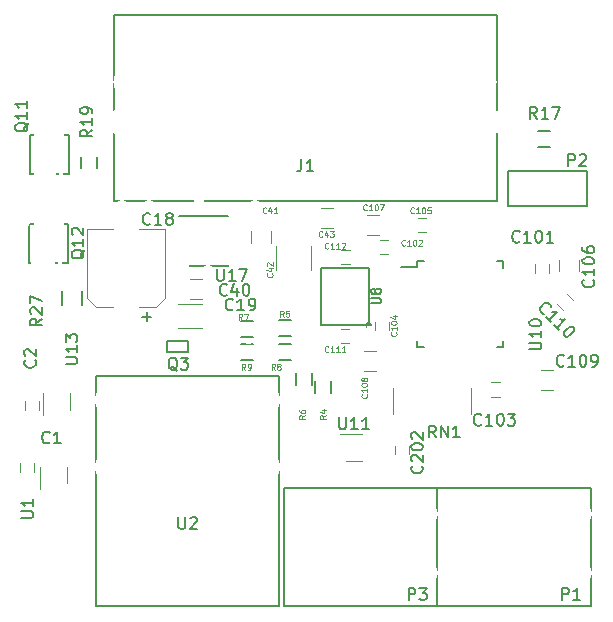
<source format=gto>
G04 #@! TF.FileFunction,Legend,Top*
%FSLAX46Y46*%
G04 Gerber Fmt 4.6, Leading zero omitted, Abs format (unit mm)*
G04 Created by KiCad (PCBNEW 4.0.6-e0-6349~52~ubuntu16.10.1) date Fri May 26 15:17:48 2017*
%MOMM*%
%LPD*%
G01*
G04 APERTURE LIST*
%ADD10C,0.150000*%
%ADD11C,0.120000*%
%ADD12C,0.125000*%
%ADD13C,1.300000*%
%ADD14C,4.000000*%
%ADD15C,2.000000*%
%ADD16R,1.000000X1.600000*%
%ADD17R,1.000000X1.250000*%
%ADD18R,1.250000X1.000000*%
%ADD19R,2.500000X1.000000*%
%ADD20R,0.800000X0.750000*%
%ADD21R,1.050000X1.050000*%
%ADD22C,1.050000*%
%ADD23C,6.000000*%
%ADD24R,1.300000X1.000000*%
%ADD25R,0.405000X1.300000*%
%ADD26R,2.235000X1.725000*%
%ADD27R,1.300000X0.250000*%
%ADD28R,0.250000X1.300000*%
%ADD29R,0.890000X0.420000*%
%ADD30R,0.825000X0.712500*%
%ADD31R,0.400000X1.500000*%
%ADD32C,0.900000*%
%ADD33C,2.600000*%
%ADD34C,1.500000*%
%ADD35R,0.430000X0.760000*%
%ADD36R,0.750000X0.800000*%
%ADD37R,1.300000X1.600000*%
%ADD38R,1.600000X3.500000*%
%ADD39R,1.500000X0.400000*%
%ADD40R,0.600000X0.250000*%
%ADD41R,0.600000X0.700000*%
%ADD42R,0.900000X0.900000*%
%ADD43C,0.889000*%
%ADD44C,0.600000*%
%ADD45C,0.254000*%
G04 APERTURE END LIST*
D10*
X41200000Y40000D02*
X8800000Y40000D01*
X41200000Y-15710000D02*
X8800000Y-15710000D01*
X8800000Y40000D02*
X8800000Y-15710000D01*
X41200000Y40000D02*
X41200000Y-15710000D01*
D11*
X16250000Y-24405000D02*
X14250000Y-24405000D01*
X14250000Y-26445000D02*
X16250000Y-26445000D01*
X16250000Y-22300000D02*
X15250000Y-22300000D01*
X15250000Y-24000000D02*
X16250000Y-24000000D01*
X20400000Y-18250000D02*
X20400000Y-19250000D01*
X22100000Y-19250000D02*
X22100000Y-18250000D01*
X22520000Y-19500000D02*
X22520000Y-21500000D01*
X25480000Y-21500000D02*
X25480000Y-19500000D01*
X27300000Y-16250000D02*
X26300000Y-16250000D01*
X26300000Y-17950000D02*
X27300000Y-17950000D01*
X48200000Y-21650000D02*
X48200000Y-20650000D01*
X46500000Y-20650000D02*
X46500000Y-21650000D01*
X30200000Y-18550000D02*
X31200000Y-18550000D01*
X31200000Y-16850000D02*
X30200000Y-16850000D01*
X30000000Y-30100000D02*
X31000000Y-30100000D01*
X31000000Y-28400000D02*
X30000000Y-28400000D01*
X45950000Y-30000000D02*
X44950000Y-30000000D01*
X44950000Y-31700000D02*
X45950000Y-31700000D01*
X28000000Y-26550000D02*
X28700000Y-26550000D01*
X28700000Y-27750000D02*
X28000000Y-27750000D01*
X28750000Y-21000000D02*
X28050000Y-21000000D01*
X28050000Y-19800000D02*
X28750000Y-19800000D01*
D10*
X47517400Y-13149100D02*
X46628400Y-13149100D01*
X46628400Y-13149100D02*
X46587760Y-13154180D01*
X48802640Y-15244600D02*
X48800100Y-14523240D01*
X48800000Y-16100000D02*
X48800000Y-15300000D01*
X42150000Y-16100000D02*
X48800000Y-16100000D01*
X42150000Y-16100000D02*
X42150000Y-13150000D01*
X42150000Y-13150000D02*
X46700000Y-13150000D01*
X48800000Y-14500000D02*
X48800000Y-13150000D01*
X48800000Y-13150000D02*
X47500000Y-13150000D01*
X6125000Y-23325000D02*
X6125000Y-24525000D01*
X4375000Y-24525000D02*
X4375000Y-23325000D01*
X1700000Y-11775000D02*
X1700000Y-10125000D01*
X1700000Y-10125000D02*
X5000000Y-10125000D01*
X5000000Y-10125000D02*
X5000000Y-13425000D01*
X5000000Y-13425000D02*
X1700000Y-13425000D01*
X1700000Y-13425000D02*
X1700000Y-11725000D01*
X1600000Y-19325000D02*
X1600000Y-17675000D01*
X1600000Y-17675000D02*
X4900000Y-17675000D01*
X4900000Y-17675000D02*
X4900000Y-20975000D01*
X4900000Y-20975000D02*
X1600000Y-20975000D01*
X1600000Y-20975000D02*
X1600000Y-19275000D01*
X34475000Y-20800000D02*
X34475000Y-21250000D01*
X41725000Y-20800000D02*
X41725000Y-21325000D01*
X41725000Y-28050000D02*
X41725000Y-27525000D01*
X34475000Y-28050000D02*
X34475000Y-27525000D01*
X34475000Y-20800000D02*
X35000000Y-20800000D01*
X34475000Y-28050000D02*
X35000000Y-28050000D01*
X41725000Y-28050000D02*
X41200000Y-28050000D01*
X41725000Y-20800000D02*
X41200000Y-20800000D01*
X34475000Y-21250000D02*
X33100000Y-21250000D01*
X18450000Y-16925000D02*
X18450000Y-16990000D01*
X18450000Y-21175000D02*
X18450000Y-21110000D01*
X15200000Y-21175000D02*
X15200000Y-21110000D01*
X15200000Y-16925000D02*
X18450000Y-16925000D01*
X15200000Y-21175000D02*
X18450000Y-21175000D01*
X15200000Y-16925000D02*
X14275000Y-16925000D01*
D11*
X2490000Y-38200000D02*
X2490000Y-40100000D01*
X4810000Y-39600000D02*
X4810000Y-38200000D01*
D10*
X7250000Y-49980000D02*
X7250000Y-30480000D01*
X22750000Y-49980000D02*
X22750000Y-30480000D01*
X7250000Y-30480000D02*
X22750000Y-30480000D01*
X22750000Y-49980000D02*
X7250000Y-49980000D01*
X36150000Y-50000000D02*
X36150000Y-40000000D01*
X49150000Y-50000000D02*
X49150000Y-40000000D01*
X36150000Y-40000000D02*
X49150000Y-40000000D01*
X36150000Y-50000000D02*
X49150000Y-50000000D01*
X23150000Y-50000000D02*
X23150000Y-40000000D01*
X36150000Y-50000000D02*
X36150000Y-40000000D01*
X23150000Y-40000000D02*
X36150000Y-40000000D01*
X23150000Y-50000000D02*
X36150000Y-50000000D01*
D11*
X32400000Y-33750000D02*
X32400000Y-31550000D01*
X39000000Y-33750000D02*
X39000000Y-31550000D01*
X45650000Y-21050000D02*
X45650000Y-21750000D01*
X44450000Y-21750000D02*
X44450000Y-21050000D01*
X32000000Y-20150000D02*
X31300000Y-20150000D01*
X31300000Y-18950000D02*
X32000000Y-18950000D01*
X41450000Y-32250000D02*
X40750000Y-32250000D01*
X40750000Y-31050000D02*
X41450000Y-31050000D01*
X30900000Y-26600000D02*
X30900000Y-25900000D01*
X32100000Y-25900000D02*
X32100000Y-26600000D01*
X34550000Y-17100000D02*
X35250000Y-17100000D01*
X35250000Y-18300000D02*
X34550000Y-18300000D01*
X46823223Y-24921751D02*
X46328249Y-24426777D01*
X47176777Y-23578249D02*
X47671751Y-24073223D01*
D10*
X30550000Y-26200000D02*
G75*
G03X30550000Y-26200000I-200000J0D01*
G01*
X26350000Y-26200000D02*
X26350000Y-21400000D01*
X26350000Y-21400000D02*
X30350000Y-21400000D01*
X30350000Y-21400000D02*
X30350000Y-26200000D01*
X30350000Y-26200000D02*
X26350000Y-26200000D01*
D11*
X12365000Y-24675000D02*
X10945000Y-24675000D01*
X13125000Y-18075000D02*
X10945000Y-18075000D01*
X6525000Y-18075000D02*
X8705000Y-18075000D01*
X7285000Y-24675000D02*
X8705000Y-24675000D01*
X13125000Y-18075000D02*
X13125000Y-23915000D01*
X13125000Y-23915000D02*
X12365000Y-24675000D01*
X7285000Y-24675000D02*
X6525000Y-23915000D01*
X6525000Y-23915000D02*
X6525000Y-18075000D01*
X850000Y-38600000D02*
X850000Y-37900000D01*
X2050000Y-37900000D02*
X2050000Y-38600000D01*
X2480000Y-32650000D02*
X2480000Y-33350000D01*
X1280000Y-33350000D02*
X1280000Y-32650000D01*
X29800000Y-35390000D02*
X27900000Y-35390000D01*
X28400000Y-37710000D02*
X29800000Y-37710000D01*
X32600000Y-37100000D02*
X32600000Y-36400000D01*
X33800000Y-36400000D02*
X33800000Y-37100000D01*
D10*
X15050000Y-28500000D02*
X15050000Y-27500000D01*
X15050000Y-27500000D02*
X13250000Y-27500000D01*
X13250000Y-27500000D02*
X13250000Y-28500000D01*
X13250000Y-28500000D02*
X15050000Y-28500000D01*
D11*
X2770000Y-31940000D02*
X2770000Y-33840000D01*
X5090000Y-33340000D02*
X5090000Y-31940000D01*
D10*
X27125000Y-30950000D02*
X27125000Y-31950000D01*
X25775000Y-31950000D02*
X25775000Y-30950000D01*
X22800000Y-25750000D02*
X23800000Y-25750000D01*
X23800000Y-27100000D02*
X22800000Y-27100000D01*
X25575000Y-30250000D02*
X25575000Y-31250000D01*
X24225000Y-31250000D02*
X24225000Y-30250000D01*
X19550000Y-25875000D02*
X20550000Y-25875000D01*
X20550000Y-27225000D02*
X19550000Y-27225000D01*
X22750000Y-27825000D02*
X23750000Y-27825000D01*
X23750000Y-29175000D02*
X22750000Y-29175000D01*
X19550000Y-27825000D02*
X20550000Y-27825000D01*
X20550000Y-29175000D02*
X19550000Y-29175000D01*
X44725000Y-9725000D02*
X45725000Y-9725000D01*
X45725000Y-11075000D02*
X44725000Y-11075000D01*
X6000000Y-12925000D02*
X6000000Y-11925000D01*
X7350000Y-11925000D02*
X7350000Y-12925000D01*
X24666667Y-12152381D02*
X24666667Y-12866667D01*
X24619047Y-13009524D01*
X24523809Y-13104762D01*
X24380952Y-13152381D01*
X24285714Y-13152381D01*
X25666667Y-13152381D02*
X25095238Y-13152381D01*
X25380952Y-13152381D02*
X25380952Y-12152381D01*
X25285714Y-12295238D01*
X25190476Y-12390476D01*
X25095238Y-12438095D01*
X18857143Y-24857143D02*
X18809524Y-24904762D01*
X18666667Y-24952381D01*
X18571429Y-24952381D01*
X18428571Y-24904762D01*
X18333333Y-24809524D01*
X18285714Y-24714286D01*
X18238095Y-24523810D01*
X18238095Y-24380952D01*
X18285714Y-24190476D01*
X18333333Y-24095238D01*
X18428571Y-24000000D01*
X18571429Y-23952381D01*
X18666667Y-23952381D01*
X18809524Y-24000000D01*
X18857143Y-24047619D01*
X19809524Y-24952381D02*
X19238095Y-24952381D01*
X19523809Y-24952381D02*
X19523809Y-23952381D01*
X19428571Y-24095238D01*
X19333333Y-24190476D01*
X19238095Y-24238095D01*
X20285714Y-24952381D02*
X20476190Y-24952381D01*
X20571429Y-24904762D01*
X20619048Y-24857143D01*
X20714286Y-24714286D01*
X20761905Y-24523810D01*
X20761905Y-24142857D01*
X20714286Y-24047619D01*
X20666667Y-24000000D01*
X20571429Y-23952381D01*
X20380952Y-23952381D01*
X20285714Y-24000000D01*
X20238095Y-24047619D01*
X20190476Y-24142857D01*
X20190476Y-24380952D01*
X20238095Y-24476190D01*
X20285714Y-24523810D01*
X20380952Y-24571429D01*
X20571429Y-24571429D01*
X20666667Y-24523810D01*
X20714286Y-24476190D01*
X20761905Y-24380952D01*
X18357143Y-23607143D02*
X18309524Y-23654762D01*
X18166667Y-23702381D01*
X18071429Y-23702381D01*
X17928571Y-23654762D01*
X17833333Y-23559524D01*
X17785714Y-23464286D01*
X17738095Y-23273810D01*
X17738095Y-23130952D01*
X17785714Y-22940476D01*
X17833333Y-22845238D01*
X17928571Y-22750000D01*
X18071429Y-22702381D01*
X18166667Y-22702381D01*
X18309524Y-22750000D01*
X18357143Y-22797619D01*
X19214286Y-23035714D02*
X19214286Y-23702381D01*
X18976190Y-22654762D02*
X18738095Y-23369048D01*
X19357143Y-23369048D01*
X19928571Y-22702381D02*
X20023810Y-22702381D01*
X20119048Y-22750000D01*
X20166667Y-22797619D01*
X20214286Y-22892857D01*
X20261905Y-23083333D01*
X20261905Y-23321429D01*
X20214286Y-23511905D01*
X20166667Y-23607143D01*
X20119048Y-23654762D01*
X20023810Y-23702381D01*
X19928571Y-23702381D01*
X19833333Y-23654762D01*
X19785714Y-23607143D01*
X19738095Y-23511905D01*
X19690476Y-23321429D01*
X19690476Y-23083333D01*
X19738095Y-22892857D01*
X19785714Y-22797619D01*
X19833333Y-22750000D01*
X19928571Y-22702381D01*
D12*
X21678572Y-16678571D02*
X21654762Y-16702381D01*
X21583334Y-16726190D01*
X21535715Y-16726190D01*
X21464286Y-16702381D01*
X21416667Y-16654762D01*
X21392858Y-16607143D01*
X21369048Y-16511905D01*
X21369048Y-16440476D01*
X21392858Y-16345238D01*
X21416667Y-16297619D01*
X21464286Y-16250000D01*
X21535715Y-16226190D01*
X21583334Y-16226190D01*
X21654762Y-16250000D01*
X21678572Y-16273810D01*
X22107143Y-16392857D02*
X22107143Y-16726190D01*
X21988096Y-16202381D02*
X21869048Y-16559524D01*
X22178572Y-16559524D01*
X22630952Y-16726190D02*
X22345238Y-16726190D01*
X22488095Y-16726190D02*
X22488095Y-16226190D01*
X22440476Y-16297619D01*
X22392857Y-16345238D01*
X22345238Y-16369048D01*
X22178571Y-21821428D02*
X22202381Y-21845238D01*
X22226190Y-21916666D01*
X22226190Y-21964285D01*
X22202381Y-22035714D01*
X22154762Y-22083333D01*
X22107143Y-22107142D01*
X22011905Y-22130952D01*
X21940476Y-22130952D01*
X21845238Y-22107142D01*
X21797619Y-22083333D01*
X21750000Y-22035714D01*
X21726190Y-21964285D01*
X21726190Y-21916666D01*
X21750000Y-21845238D01*
X21773810Y-21821428D01*
X21892857Y-21392857D02*
X22226190Y-21392857D01*
X21702381Y-21511904D02*
X22059524Y-21630952D01*
X22059524Y-21321428D01*
X21773810Y-21154762D02*
X21750000Y-21130952D01*
X21726190Y-21083333D01*
X21726190Y-20964286D01*
X21750000Y-20916667D01*
X21773810Y-20892857D01*
X21821429Y-20869048D01*
X21869048Y-20869048D01*
X21940476Y-20892857D01*
X22226190Y-21178571D01*
X22226190Y-20869048D01*
X26428572Y-18678571D02*
X26404762Y-18702381D01*
X26333334Y-18726190D01*
X26285715Y-18726190D01*
X26214286Y-18702381D01*
X26166667Y-18654762D01*
X26142858Y-18607143D01*
X26119048Y-18511905D01*
X26119048Y-18440476D01*
X26142858Y-18345238D01*
X26166667Y-18297619D01*
X26214286Y-18250000D01*
X26285715Y-18226190D01*
X26333334Y-18226190D01*
X26404762Y-18250000D01*
X26428572Y-18273810D01*
X26857143Y-18392857D02*
X26857143Y-18726190D01*
X26738096Y-18202381D02*
X26619048Y-18559524D01*
X26928572Y-18559524D01*
X27071429Y-18226190D02*
X27380952Y-18226190D01*
X27214286Y-18416667D01*
X27285714Y-18416667D01*
X27333333Y-18440476D01*
X27357143Y-18464286D01*
X27380952Y-18511905D01*
X27380952Y-18630952D01*
X27357143Y-18678571D01*
X27333333Y-18702381D01*
X27285714Y-18726190D01*
X27142857Y-18726190D01*
X27095238Y-18702381D01*
X27071429Y-18678571D01*
D10*
X49357143Y-22369047D02*
X49404762Y-22416666D01*
X49452381Y-22559523D01*
X49452381Y-22654761D01*
X49404762Y-22797619D01*
X49309524Y-22892857D01*
X49214286Y-22940476D01*
X49023810Y-22988095D01*
X48880952Y-22988095D01*
X48690476Y-22940476D01*
X48595238Y-22892857D01*
X48500000Y-22797619D01*
X48452381Y-22654761D01*
X48452381Y-22559523D01*
X48500000Y-22416666D01*
X48547619Y-22369047D01*
X49452381Y-21416666D02*
X49452381Y-21988095D01*
X49452381Y-21702381D02*
X48452381Y-21702381D01*
X48595238Y-21797619D01*
X48690476Y-21892857D01*
X48738095Y-21988095D01*
X48452381Y-20797619D02*
X48452381Y-20702380D01*
X48500000Y-20607142D01*
X48547619Y-20559523D01*
X48642857Y-20511904D01*
X48833333Y-20464285D01*
X49071429Y-20464285D01*
X49261905Y-20511904D01*
X49357143Y-20559523D01*
X49404762Y-20607142D01*
X49452381Y-20702380D01*
X49452381Y-20797619D01*
X49404762Y-20892857D01*
X49357143Y-20940476D01*
X49261905Y-20988095D01*
X49071429Y-21035714D01*
X48833333Y-21035714D01*
X48642857Y-20988095D01*
X48547619Y-20940476D01*
X48500000Y-20892857D01*
X48452381Y-20797619D01*
X48452381Y-19607142D02*
X48452381Y-19797619D01*
X48500000Y-19892857D01*
X48547619Y-19940476D01*
X48690476Y-20035714D01*
X48880952Y-20083333D01*
X49261905Y-20083333D01*
X49357143Y-20035714D01*
X49404762Y-19988095D01*
X49452381Y-19892857D01*
X49452381Y-19702380D01*
X49404762Y-19607142D01*
X49357143Y-19559523D01*
X49261905Y-19511904D01*
X49023810Y-19511904D01*
X48928571Y-19559523D01*
X48880952Y-19607142D01*
X48833333Y-19702380D01*
X48833333Y-19892857D01*
X48880952Y-19988095D01*
X48928571Y-20035714D01*
X49023810Y-20083333D01*
D12*
X30190477Y-16428571D02*
X30166667Y-16452381D01*
X30095239Y-16476190D01*
X30047620Y-16476190D01*
X29976191Y-16452381D01*
X29928572Y-16404762D01*
X29904763Y-16357143D01*
X29880953Y-16261905D01*
X29880953Y-16190476D01*
X29904763Y-16095238D01*
X29928572Y-16047619D01*
X29976191Y-16000000D01*
X30047620Y-15976190D01*
X30095239Y-15976190D01*
X30166667Y-16000000D01*
X30190477Y-16023810D01*
X30666667Y-16476190D02*
X30380953Y-16476190D01*
X30523810Y-16476190D02*
X30523810Y-15976190D01*
X30476191Y-16047619D01*
X30428572Y-16095238D01*
X30380953Y-16119048D01*
X30976191Y-15976190D02*
X31023810Y-15976190D01*
X31071429Y-16000000D01*
X31095238Y-16023810D01*
X31119048Y-16071429D01*
X31142857Y-16166667D01*
X31142857Y-16285714D01*
X31119048Y-16380952D01*
X31095238Y-16428571D01*
X31071429Y-16452381D01*
X31023810Y-16476190D01*
X30976191Y-16476190D01*
X30928572Y-16452381D01*
X30904762Y-16428571D01*
X30880953Y-16380952D01*
X30857143Y-16285714D01*
X30857143Y-16166667D01*
X30880953Y-16071429D01*
X30904762Y-16023810D01*
X30928572Y-16000000D01*
X30976191Y-15976190D01*
X31309524Y-15976190D02*
X31642857Y-15976190D01*
X31428571Y-16476190D01*
X30178571Y-32059523D02*
X30202381Y-32083333D01*
X30226190Y-32154761D01*
X30226190Y-32202380D01*
X30202381Y-32273809D01*
X30154762Y-32321428D01*
X30107143Y-32345237D01*
X30011905Y-32369047D01*
X29940476Y-32369047D01*
X29845238Y-32345237D01*
X29797619Y-32321428D01*
X29750000Y-32273809D01*
X29726190Y-32202380D01*
X29726190Y-32154761D01*
X29750000Y-32083333D01*
X29773810Y-32059523D01*
X30226190Y-31583333D02*
X30226190Y-31869047D01*
X30226190Y-31726190D02*
X29726190Y-31726190D01*
X29797619Y-31773809D01*
X29845238Y-31821428D01*
X29869048Y-31869047D01*
X29726190Y-31273809D02*
X29726190Y-31226190D01*
X29750000Y-31178571D01*
X29773810Y-31154762D01*
X29821429Y-31130952D01*
X29916667Y-31107143D01*
X30035714Y-31107143D01*
X30130952Y-31130952D01*
X30178571Y-31154762D01*
X30202381Y-31178571D01*
X30226190Y-31226190D01*
X30226190Y-31273809D01*
X30202381Y-31321428D01*
X30178571Y-31345238D01*
X30130952Y-31369047D01*
X30035714Y-31392857D01*
X29916667Y-31392857D01*
X29821429Y-31369047D01*
X29773810Y-31345238D01*
X29750000Y-31321428D01*
X29726190Y-31273809D01*
X29940476Y-30821429D02*
X29916667Y-30869048D01*
X29892857Y-30892857D01*
X29845238Y-30916667D01*
X29821429Y-30916667D01*
X29773810Y-30892857D01*
X29750000Y-30869048D01*
X29726190Y-30821429D01*
X29726190Y-30726191D01*
X29750000Y-30678572D01*
X29773810Y-30654762D01*
X29821429Y-30630953D01*
X29845238Y-30630953D01*
X29892857Y-30654762D01*
X29916667Y-30678572D01*
X29940476Y-30726191D01*
X29940476Y-30821429D01*
X29964286Y-30869048D01*
X29988095Y-30892857D01*
X30035714Y-30916667D01*
X30130952Y-30916667D01*
X30178571Y-30892857D01*
X30202381Y-30869048D01*
X30226190Y-30821429D01*
X30226190Y-30726191D01*
X30202381Y-30678572D01*
X30178571Y-30654762D01*
X30130952Y-30630953D01*
X30035714Y-30630953D01*
X29988095Y-30654762D01*
X29964286Y-30678572D01*
X29940476Y-30726191D01*
D10*
X46880953Y-29607143D02*
X46833334Y-29654762D01*
X46690477Y-29702381D01*
X46595239Y-29702381D01*
X46452381Y-29654762D01*
X46357143Y-29559524D01*
X46309524Y-29464286D01*
X46261905Y-29273810D01*
X46261905Y-29130952D01*
X46309524Y-28940476D01*
X46357143Y-28845238D01*
X46452381Y-28750000D01*
X46595239Y-28702381D01*
X46690477Y-28702381D01*
X46833334Y-28750000D01*
X46880953Y-28797619D01*
X47833334Y-29702381D02*
X47261905Y-29702381D01*
X47547619Y-29702381D02*
X47547619Y-28702381D01*
X47452381Y-28845238D01*
X47357143Y-28940476D01*
X47261905Y-28988095D01*
X48452381Y-28702381D02*
X48547620Y-28702381D01*
X48642858Y-28750000D01*
X48690477Y-28797619D01*
X48738096Y-28892857D01*
X48785715Y-29083333D01*
X48785715Y-29321429D01*
X48738096Y-29511905D01*
X48690477Y-29607143D01*
X48642858Y-29654762D01*
X48547620Y-29702381D01*
X48452381Y-29702381D01*
X48357143Y-29654762D01*
X48309524Y-29607143D01*
X48261905Y-29511905D01*
X48214286Y-29321429D01*
X48214286Y-29083333D01*
X48261905Y-28892857D01*
X48309524Y-28797619D01*
X48357143Y-28750000D01*
X48452381Y-28702381D01*
X49261905Y-29702381D02*
X49452381Y-29702381D01*
X49547620Y-29654762D01*
X49595239Y-29607143D01*
X49690477Y-29464286D01*
X49738096Y-29273810D01*
X49738096Y-28892857D01*
X49690477Y-28797619D01*
X49642858Y-28750000D01*
X49547620Y-28702381D01*
X49357143Y-28702381D01*
X49261905Y-28750000D01*
X49214286Y-28797619D01*
X49166667Y-28892857D01*
X49166667Y-29130952D01*
X49214286Y-29226190D01*
X49261905Y-29273810D01*
X49357143Y-29321429D01*
X49547620Y-29321429D01*
X49642858Y-29273810D01*
X49690477Y-29226190D01*
X49738096Y-29130952D01*
D12*
X26940477Y-28428571D02*
X26916667Y-28452381D01*
X26845239Y-28476190D01*
X26797620Y-28476190D01*
X26726191Y-28452381D01*
X26678572Y-28404762D01*
X26654763Y-28357143D01*
X26630953Y-28261905D01*
X26630953Y-28190476D01*
X26654763Y-28095238D01*
X26678572Y-28047619D01*
X26726191Y-28000000D01*
X26797620Y-27976190D01*
X26845239Y-27976190D01*
X26916667Y-28000000D01*
X26940477Y-28023810D01*
X27416667Y-28476190D02*
X27130953Y-28476190D01*
X27273810Y-28476190D02*
X27273810Y-27976190D01*
X27226191Y-28047619D01*
X27178572Y-28095238D01*
X27130953Y-28119048D01*
X27892857Y-28476190D02*
X27607143Y-28476190D01*
X27750000Y-28476190D02*
X27750000Y-27976190D01*
X27702381Y-28047619D01*
X27654762Y-28095238D01*
X27607143Y-28119048D01*
X28369047Y-28476190D02*
X28083333Y-28476190D01*
X28226190Y-28476190D02*
X28226190Y-27976190D01*
X28178571Y-28047619D01*
X28130952Y-28095238D01*
X28083333Y-28119048D01*
X26940477Y-19678571D02*
X26916667Y-19702381D01*
X26845239Y-19726190D01*
X26797620Y-19726190D01*
X26726191Y-19702381D01*
X26678572Y-19654762D01*
X26654763Y-19607143D01*
X26630953Y-19511905D01*
X26630953Y-19440476D01*
X26654763Y-19345238D01*
X26678572Y-19297619D01*
X26726191Y-19250000D01*
X26797620Y-19226190D01*
X26845239Y-19226190D01*
X26916667Y-19250000D01*
X26940477Y-19273810D01*
X27416667Y-19726190D02*
X27130953Y-19726190D01*
X27273810Y-19726190D02*
X27273810Y-19226190D01*
X27226191Y-19297619D01*
X27178572Y-19345238D01*
X27130953Y-19369048D01*
X27892857Y-19726190D02*
X27607143Y-19726190D01*
X27750000Y-19726190D02*
X27750000Y-19226190D01*
X27702381Y-19297619D01*
X27654762Y-19345238D01*
X27607143Y-19369048D01*
X28083333Y-19273810D02*
X28107143Y-19250000D01*
X28154762Y-19226190D01*
X28273809Y-19226190D01*
X28321428Y-19250000D01*
X28345238Y-19273810D01*
X28369047Y-19321429D01*
X28369047Y-19369048D01*
X28345238Y-19440476D01*
X28059524Y-19726190D01*
X28369047Y-19726190D01*
D10*
X47261905Y-12702381D02*
X47261905Y-11702381D01*
X47642858Y-11702381D01*
X47738096Y-11750000D01*
X47785715Y-11797619D01*
X47833334Y-11892857D01*
X47833334Y-12035714D01*
X47785715Y-12130952D01*
X47738096Y-12178571D01*
X47642858Y-12226190D01*
X47261905Y-12226190D01*
X48214286Y-11797619D02*
X48261905Y-11750000D01*
X48357143Y-11702381D01*
X48595239Y-11702381D01*
X48690477Y-11750000D01*
X48738096Y-11797619D01*
X48785715Y-11892857D01*
X48785715Y-11988095D01*
X48738096Y-12130952D01*
X48166667Y-12702381D01*
X48785715Y-12702381D01*
X44785714Y-4452381D02*
X44785714Y-3452381D01*
X45166667Y-3452381D01*
X45261905Y-3500000D01*
X45309524Y-3547619D01*
X45357143Y-3642857D01*
X45357143Y-3785714D01*
X45309524Y-3880952D01*
X45261905Y-3928571D01*
X45166667Y-3976190D01*
X44785714Y-3976190D01*
X46309524Y-4452381D02*
X45738095Y-4452381D01*
X46023809Y-4452381D02*
X46023809Y-3452381D01*
X45928571Y-3595238D01*
X45833333Y-3690476D01*
X45738095Y-3738095D01*
X46928571Y-3452381D02*
X47023810Y-3452381D01*
X47119048Y-3500000D01*
X47166667Y-3547619D01*
X47214286Y-3642857D01*
X47261905Y-3833333D01*
X47261905Y-4071429D01*
X47214286Y-4261905D01*
X47166667Y-4357143D01*
X47119048Y-4404762D01*
X47023810Y-4452381D01*
X46928571Y-4452381D01*
X46833333Y-4404762D01*
X46785714Y-4357143D01*
X46738095Y-4261905D01*
X46690476Y-4071429D01*
X46690476Y-3833333D01*
X46738095Y-3642857D01*
X46785714Y-3547619D01*
X46833333Y-3500000D01*
X46928571Y-3452381D01*
X44785714Y-4452381D02*
X44785714Y-3452381D01*
X45166667Y-3452381D01*
X45261905Y-3500000D01*
X45309524Y-3547619D01*
X45357143Y-3642857D01*
X45357143Y-3785714D01*
X45309524Y-3880952D01*
X45261905Y-3928571D01*
X45166667Y-3976190D01*
X44785714Y-3976190D01*
X46309524Y-4452381D02*
X45738095Y-4452381D01*
X46023809Y-4452381D02*
X46023809Y-3452381D01*
X45928571Y-3595238D01*
X45833333Y-3690476D01*
X45738095Y-3738095D01*
X46928571Y-3452381D02*
X47023810Y-3452381D01*
X47119048Y-3500000D01*
X47166667Y-3547619D01*
X47214286Y-3642857D01*
X47261905Y-3833333D01*
X47261905Y-4071429D01*
X47214286Y-4261905D01*
X47166667Y-4357143D01*
X47119048Y-4404762D01*
X47023810Y-4452381D01*
X46928571Y-4452381D01*
X46833333Y-4404762D01*
X46785714Y-4357143D01*
X46738095Y-4261905D01*
X46690476Y-4071429D01*
X46690476Y-3833333D01*
X46738095Y-3642857D01*
X46785714Y-3547619D01*
X46833333Y-3500000D01*
X46928571Y-3452381D01*
X44785714Y-36452381D02*
X44785714Y-35452381D01*
X45166667Y-35452381D01*
X45261905Y-35500000D01*
X45309524Y-35547619D01*
X45357143Y-35642857D01*
X45357143Y-35785714D01*
X45309524Y-35880952D01*
X45261905Y-35928571D01*
X45166667Y-35976190D01*
X44785714Y-35976190D01*
X45738095Y-35547619D02*
X45785714Y-35500000D01*
X45880952Y-35452381D01*
X46119048Y-35452381D01*
X46214286Y-35500000D01*
X46261905Y-35547619D01*
X46309524Y-35642857D01*
X46309524Y-35738095D01*
X46261905Y-35880952D01*
X45690476Y-36452381D01*
X46309524Y-36452381D01*
X47261905Y-36452381D02*
X46690476Y-36452381D01*
X46976190Y-36452381D02*
X46976190Y-35452381D01*
X46880952Y-35595238D01*
X46785714Y-35690476D01*
X46690476Y-35738095D01*
X44785714Y-36452381D02*
X44785714Y-35452381D01*
X45166667Y-35452381D01*
X45261905Y-35500000D01*
X45309524Y-35547619D01*
X45357143Y-35642857D01*
X45357143Y-35785714D01*
X45309524Y-35880952D01*
X45261905Y-35928571D01*
X45166667Y-35976190D01*
X44785714Y-35976190D01*
X45738095Y-35547619D02*
X45785714Y-35500000D01*
X45880952Y-35452381D01*
X46119048Y-35452381D01*
X46214286Y-35500000D01*
X46261905Y-35547619D01*
X46309524Y-35642857D01*
X46309524Y-35738095D01*
X46261905Y-35880952D01*
X45690476Y-36452381D01*
X46309524Y-36452381D01*
X47261905Y-36452381D02*
X46690476Y-36452381D01*
X46976190Y-36452381D02*
X46976190Y-35452381D01*
X46880952Y-35595238D01*
X46785714Y-35690476D01*
X46690476Y-35738095D01*
X2785714Y-4452381D02*
X2785714Y-3452381D01*
X3166667Y-3452381D01*
X3261905Y-3500000D01*
X3309524Y-3547619D01*
X3357143Y-3642857D01*
X3357143Y-3785714D01*
X3309524Y-3880952D01*
X3261905Y-3928571D01*
X3166667Y-3976190D01*
X2785714Y-3976190D01*
X3738095Y-3547619D02*
X3785714Y-3500000D01*
X3880952Y-3452381D01*
X4119048Y-3452381D01*
X4214286Y-3500000D01*
X4261905Y-3547619D01*
X4309524Y-3642857D01*
X4309524Y-3738095D01*
X4261905Y-3880952D01*
X3690476Y-4452381D01*
X4309524Y-4452381D01*
X4690476Y-3547619D02*
X4738095Y-3500000D01*
X4833333Y-3452381D01*
X5071429Y-3452381D01*
X5166667Y-3500000D01*
X5214286Y-3547619D01*
X5261905Y-3642857D01*
X5261905Y-3738095D01*
X5214286Y-3880952D01*
X4642857Y-4452381D01*
X5261905Y-4452381D01*
X2785714Y-4452381D02*
X2785714Y-3452381D01*
X3166667Y-3452381D01*
X3261905Y-3500000D01*
X3309524Y-3547619D01*
X3357143Y-3642857D01*
X3357143Y-3785714D01*
X3309524Y-3880952D01*
X3261905Y-3928571D01*
X3166667Y-3976190D01*
X2785714Y-3976190D01*
X3738095Y-3547619D02*
X3785714Y-3500000D01*
X3880952Y-3452381D01*
X4119048Y-3452381D01*
X4214286Y-3500000D01*
X4261905Y-3547619D01*
X4309524Y-3642857D01*
X4309524Y-3738095D01*
X4261905Y-3880952D01*
X3690476Y-4452381D01*
X4309524Y-4452381D01*
X4690476Y-3547619D02*
X4738095Y-3500000D01*
X4833333Y-3452381D01*
X5071429Y-3452381D01*
X5166667Y-3500000D01*
X5214286Y-3547619D01*
X5261905Y-3642857D01*
X5261905Y-3738095D01*
X5214286Y-3880952D01*
X4642857Y-4452381D01*
X5261905Y-4452381D01*
X2785714Y-46452381D02*
X2785714Y-45452381D01*
X3166667Y-45452381D01*
X3261905Y-45500000D01*
X3309524Y-45547619D01*
X3357143Y-45642857D01*
X3357143Y-45785714D01*
X3309524Y-45880952D01*
X3261905Y-45928571D01*
X3166667Y-45976190D01*
X2785714Y-45976190D01*
X3738095Y-45547619D02*
X3785714Y-45500000D01*
X3880952Y-45452381D01*
X4119048Y-45452381D01*
X4214286Y-45500000D01*
X4261905Y-45547619D01*
X4309524Y-45642857D01*
X4309524Y-45738095D01*
X4261905Y-45880952D01*
X3690476Y-46452381D01*
X4309524Y-46452381D01*
X5166667Y-45785714D02*
X5166667Y-46452381D01*
X4928571Y-45404762D02*
X4690476Y-46119048D01*
X5309524Y-46119048D01*
X2785714Y-46452381D02*
X2785714Y-45452381D01*
X3166667Y-45452381D01*
X3261905Y-45500000D01*
X3309524Y-45547619D01*
X3357143Y-45642857D01*
X3357143Y-45785714D01*
X3309524Y-45880952D01*
X3261905Y-45928571D01*
X3166667Y-45976190D01*
X2785714Y-45976190D01*
X3738095Y-45547619D02*
X3785714Y-45500000D01*
X3880952Y-45452381D01*
X4119048Y-45452381D01*
X4214286Y-45500000D01*
X4261905Y-45547619D01*
X4309524Y-45642857D01*
X4309524Y-45738095D01*
X4261905Y-45880952D01*
X3690476Y-46452381D01*
X4309524Y-46452381D01*
X5166667Y-45785714D02*
X5166667Y-46452381D01*
X4928571Y-45404762D02*
X4690476Y-46119048D01*
X5309524Y-46119048D01*
X2702381Y-25642857D02*
X2226190Y-25976191D01*
X2702381Y-26214286D02*
X1702381Y-26214286D01*
X1702381Y-25833333D01*
X1750000Y-25738095D01*
X1797619Y-25690476D01*
X1892857Y-25642857D01*
X2035714Y-25642857D01*
X2130952Y-25690476D01*
X2178571Y-25738095D01*
X2226190Y-25833333D01*
X2226190Y-26214286D01*
X1797619Y-25261905D02*
X1750000Y-25214286D01*
X1702381Y-25119048D01*
X1702381Y-24880952D01*
X1750000Y-24785714D01*
X1797619Y-24738095D01*
X1892857Y-24690476D01*
X1988095Y-24690476D01*
X2130952Y-24738095D01*
X2702381Y-25309524D01*
X2702381Y-24690476D01*
X1702381Y-24357143D02*
X1702381Y-23690476D01*
X2702381Y-24119048D01*
X1547619Y-9071428D02*
X1500000Y-9166666D01*
X1404762Y-9261904D01*
X1261905Y-9404761D01*
X1214286Y-9500000D01*
X1214286Y-9595238D01*
X1452381Y-9547619D02*
X1404762Y-9642857D01*
X1309524Y-9738095D01*
X1119048Y-9785714D01*
X785714Y-9785714D01*
X595238Y-9738095D01*
X500000Y-9642857D01*
X452381Y-9547619D01*
X452381Y-9357142D01*
X500000Y-9261904D01*
X595238Y-9166666D01*
X785714Y-9119047D01*
X1119048Y-9119047D01*
X1309524Y-9166666D01*
X1404762Y-9261904D01*
X1452381Y-9357142D01*
X1452381Y-9547619D01*
X1452381Y-8166666D02*
X1452381Y-8738095D01*
X1452381Y-8452381D02*
X452381Y-8452381D01*
X595238Y-8547619D01*
X690476Y-8642857D01*
X738095Y-8738095D01*
X1452381Y-7214285D02*
X1452381Y-7785714D01*
X1452381Y-7500000D02*
X452381Y-7500000D01*
X595238Y-7595238D01*
X690476Y-7690476D01*
X738095Y-7785714D01*
X6297619Y-19821428D02*
X6250000Y-19916666D01*
X6154762Y-20011904D01*
X6011905Y-20154761D01*
X5964286Y-20250000D01*
X5964286Y-20345238D01*
X6202381Y-20297619D02*
X6154762Y-20392857D01*
X6059524Y-20488095D01*
X5869048Y-20535714D01*
X5535714Y-20535714D01*
X5345238Y-20488095D01*
X5250000Y-20392857D01*
X5202381Y-20297619D01*
X5202381Y-20107142D01*
X5250000Y-20011904D01*
X5345238Y-19916666D01*
X5535714Y-19869047D01*
X5869048Y-19869047D01*
X6059524Y-19916666D01*
X6154762Y-20011904D01*
X6202381Y-20107142D01*
X6202381Y-20297619D01*
X6202381Y-18916666D02*
X6202381Y-19488095D01*
X6202381Y-19202381D02*
X5202381Y-19202381D01*
X5345238Y-19297619D01*
X5440476Y-19392857D01*
X5488095Y-19488095D01*
X5297619Y-18535714D02*
X5250000Y-18488095D01*
X5202381Y-18392857D01*
X5202381Y-18154761D01*
X5250000Y-18059523D01*
X5297619Y-18011904D01*
X5392857Y-17964285D01*
X5488095Y-17964285D01*
X5630952Y-18011904D01*
X6202381Y-18583333D01*
X6202381Y-17964285D01*
X43952381Y-28238095D02*
X44761905Y-28238095D01*
X44857143Y-28190476D01*
X44904762Y-28142857D01*
X44952381Y-28047619D01*
X44952381Y-27857142D01*
X44904762Y-27761904D01*
X44857143Y-27714285D01*
X44761905Y-27666666D01*
X43952381Y-27666666D01*
X44952381Y-26666666D02*
X44952381Y-27238095D01*
X44952381Y-26952381D02*
X43952381Y-26952381D01*
X44095238Y-27047619D01*
X44190476Y-27142857D01*
X44238095Y-27238095D01*
X43952381Y-26047619D02*
X43952381Y-25952380D01*
X44000000Y-25857142D01*
X44047619Y-25809523D01*
X44142857Y-25761904D01*
X44333333Y-25714285D01*
X44571429Y-25714285D01*
X44761905Y-25761904D01*
X44857143Y-25809523D01*
X44904762Y-25857142D01*
X44952381Y-25952380D01*
X44952381Y-26047619D01*
X44904762Y-26142857D01*
X44857143Y-26190476D01*
X44761905Y-26238095D01*
X44571429Y-26285714D01*
X44333333Y-26285714D01*
X44142857Y-26238095D01*
X44047619Y-26190476D01*
X44000000Y-26142857D01*
X43952381Y-26047619D01*
X17511905Y-21452381D02*
X17511905Y-22261905D01*
X17559524Y-22357143D01*
X17607143Y-22404762D01*
X17702381Y-22452381D01*
X17892858Y-22452381D01*
X17988096Y-22404762D01*
X18035715Y-22357143D01*
X18083334Y-22261905D01*
X18083334Y-21452381D01*
X19083334Y-22452381D02*
X18511905Y-22452381D01*
X18797619Y-22452381D02*
X18797619Y-21452381D01*
X18702381Y-21595238D01*
X18607143Y-21690476D01*
X18511905Y-21738095D01*
X19416667Y-21452381D02*
X20083334Y-21452381D01*
X19654762Y-22452381D01*
X952381Y-42511905D02*
X1761905Y-42511905D01*
X1857143Y-42464286D01*
X1904762Y-42416667D01*
X1952381Y-42321429D01*
X1952381Y-42130952D01*
X1904762Y-42035714D01*
X1857143Y-41988095D01*
X1761905Y-41940476D01*
X952381Y-41940476D01*
X1952381Y-40940476D02*
X1952381Y-41511905D01*
X1952381Y-41226191D02*
X952381Y-41226191D01*
X1095238Y-41321429D01*
X1190476Y-41416667D01*
X1238095Y-41511905D01*
X14238095Y-42452381D02*
X14238095Y-43261905D01*
X14285714Y-43357143D01*
X14333333Y-43404762D01*
X14428571Y-43452381D01*
X14619048Y-43452381D01*
X14714286Y-43404762D01*
X14761905Y-43357143D01*
X14809524Y-43261905D01*
X14809524Y-42452381D01*
X15238095Y-42547619D02*
X15285714Y-42500000D01*
X15380952Y-42452381D01*
X15619048Y-42452381D01*
X15714286Y-42500000D01*
X15761905Y-42547619D01*
X15809524Y-42642857D01*
X15809524Y-42738095D01*
X15761905Y-42880952D01*
X15190476Y-43452381D01*
X15809524Y-43452381D01*
X46738095Y-49452381D02*
X46738095Y-48452381D01*
X47119048Y-48452381D01*
X47214286Y-48500000D01*
X47261905Y-48547619D01*
X47309524Y-48642857D01*
X47309524Y-48785714D01*
X47261905Y-48880952D01*
X47214286Y-48928571D01*
X47119048Y-48976190D01*
X46738095Y-48976190D01*
X48261905Y-49452381D02*
X47690476Y-49452381D01*
X47976190Y-49452381D02*
X47976190Y-48452381D01*
X47880952Y-48595238D01*
X47785714Y-48690476D01*
X47690476Y-48738095D01*
X33738095Y-49452381D02*
X33738095Y-48452381D01*
X34119048Y-48452381D01*
X34214286Y-48500000D01*
X34261905Y-48547619D01*
X34309524Y-48642857D01*
X34309524Y-48785714D01*
X34261905Y-48880952D01*
X34214286Y-48928571D01*
X34119048Y-48976190D01*
X33738095Y-48976190D01*
X34642857Y-48452381D02*
X35261905Y-48452381D01*
X34928571Y-48833333D01*
X35071429Y-48833333D01*
X35166667Y-48880952D01*
X35214286Y-48928571D01*
X35261905Y-49023810D01*
X35261905Y-49261905D01*
X35214286Y-49357143D01*
X35166667Y-49404762D01*
X35071429Y-49452381D01*
X34785714Y-49452381D01*
X34690476Y-49404762D01*
X34642857Y-49357143D01*
X36059524Y-35702381D02*
X35726190Y-35226190D01*
X35488095Y-35702381D02*
X35488095Y-34702381D01*
X35869048Y-34702381D01*
X35964286Y-34750000D01*
X36011905Y-34797619D01*
X36059524Y-34892857D01*
X36059524Y-35035714D01*
X36011905Y-35130952D01*
X35964286Y-35178571D01*
X35869048Y-35226190D01*
X35488095Y-35226190D01*
X36488095Y-35702381D02*
X36488095Y-34702381D01*
X37059524Y-35702381D01*
X37059524Y-34702381D01*
X38059524Y-35702381D02*
X37488095Y-35702381D01*
X37773809Y-35702381D02*
X37773809Y-34702381D01*
X37678571Y-34845238D01*
X37583333Y-34940476D01*
X37488095Y-34988095D01*
X43130953Y-19107143D02*
X43083334Y-19154762D01*
X42940477Y-19202381D01*
X42845239Y-19202381D01*
X42702381Y-19154762D01*
X42607143Y-19059524D01*
X42559524Y-18964286D01*
X42511905Y-18773810D01*
X42511905Y-18630952D01*
X42559524Y-18440476D01*
X42607143Y-18345238D01*
X42702381Y-18250000D01*
X42845239Y-18202381D01*
X42940477Y-18202381D01*
X43083334Y-18250000D01*
X43130953Y-18297619D01*
X44083334Y-19202381D02*
X43511905Y-19202381D01*
X43797619Y-19202381D02*
X43797619Y-18202381D01*
X43702381Y-18345238D01*
X43607143Y-18440476D01*
X43511905Y-18488095D01*
X44702381Y-18202381D02*
X44797620Y-18202381D01*
X44892858Y-18250000D01*
X44940477Y-18297619D01*
X44988096Y-18392857D01*
X45035715Y-18583333D01*
X45035715Y-18821429D01*
X44988096Y-19011905D01*
X44940477Y-19107143D01*
X44892858Y-19154762D01*
X44797620Y-19202381D01*
X44702381Y-19202381D01*
X44607143Y-19154762D01*
X44559524Y-19107143D01*
X44511905Y-19011905D01*
X44464286Y-18821429D01*
X44464286Y-18583333D01*
X44511905Y-18392857D01*
X44559524Y-18297619D01*
X44607143Y-18250000D01*
X44702381Y-18202381D01*
X45988096Y-19202381D02*
X45416667Y-19202381D01*
X45702381Y-19202381D02*
X45702381Y-18202381D01*
X45607143Y-18345238D01*
X45511905Y-18440476D01*
X45416667Y-18488095D01*
D12*
X33440477Y-19428571D02*
X33416667Y-19452381D01*
X33345239Y-19476190D01*
X33297620Y-19476190D01*
X33226191Y-19452381D01*
X33178572Y-19404762D01*
X33154763Y-19357143D01*
X33130953Y-19261905D01*
X33130953Y-19190476D01*
X33154763Y-19095238D01*
X33178572Y-19047619D01*
X33226191Y-19000000D01*
X33297620Y-18976190D01*
X33345239Y-18976190D01*
X33416667Y-19000000D01*
X33440477Y-19023810D01*
X33916667Y-19476190D02*
X33630953Y-19476190D01*
X33773810Y-19476190D02*
X33773810Y-18976190D01*
X33726191Y-19047619D01*
X33678572Y-19095238D01*
X33630953Y-19119048D01*
X34226191Y-18976190D02*
X34273810Y-18976190D01*
X34321429Y-19000000D01*
X34345238Y-19023810D01*
X34369048Y-19071429D01*
X34392857Y-19166667D01*
X34392857Y-19285714D01*
X34369048Y-19380952D01*
X34345238Y-19428571D01*
X34321429Y-19452381D01*
X34273810Y-19476190D01*
X34226191Y-19476190D01*
X34178572Y-19452381D01*
X34154762Y-19428571D01*
X34130953Y-19380952D01*
X34107143Y-19285714D01*
X34107143Y-19166667D01*
X34130953Y-19071429D01*
X34154762Y-19023810D01*
X34178572Y-19000000D01*
X34226191Y-18976190D01*
X34583333Y-19023810D02*
X34607143Y-19000000D01*
X34654762Y-18976190D01*
X34773809Y-18976190D01*
X34821428Y-19000000D01*
X34845238Y-19023810D01*
X34869047Y-19071429D01*
X34869047Y-19119048D01*
X34845238Y-19190476D01*
X34559524Y-19476190D01*
X34869047Y-19476190D01*
D10*
X39880953Y-34607143D02*
X39833334Y-34654762D01*
X39690477Y-34702381D01*
X39595239Y-34702381D01*
X39452381Y-34654762D01*
X39357143Y-34559524D01*
X39309524Y-34464286D01*
X39261905Y-34273810D01*
X39261905Y-34130952D01*
X39309524Y-33940476D01*
X39357143Y-33845238D01*
X39452381Y-33750000D01*
X39595239Y-33702381D01*
X39690477Y-33702381D01*
X39833334Y-33750000D01*
X39880953Y-33797619D01*
X40833334Y-34702381D02*
X40261905Y-34702381D01*
X40547619Y-34702381D02*
X40547619Y-33702381D01*
X40452381Y-33845238D01*
X40357143Y-33940476D01*
X40261905Y-33988095D01*
X41452381Y-33702381D02*
X41547620Y-33702381D01*
X41642858Y-33750000D01*
X41690477Y-33797619D01*
X41738096Y-33892857D01*
X41785715Y-34083333D01*
X41785715Y-34321429D01*
X41738096Y-34511905D01*
X41690477Y-34607143D01*
X41642858Y-34654762D01*
X41547620Y-34702381D01*
X41452381Y-34702381D01*
X41357143Y-34654762D01*
X41309524Y-34607143D01*
X41261905Y-34511905D01*
X41214286Y-34321429D01*
X41214286Y-34083333D01*
X41261905Y-33892857D01*
X41309524Y-33797619D01*
X41357143Y-33750000D01*
X41452381Y-33702381D01*
X42119048Y-33702381D02*
X42738096Y-33702381D01*
X42404762Y-34083333D01*
X42547620Y-34083333D01*
X42642858Y-34130952D01*
X42690477Y-34178571D01*
X42738096Y-34273810D01*
X42738096Y-34511905D01*
X42690477Y-34607143D01*
X42642858Y-34654762D01*
X42547620Y-34702381D01*
X42261905Y-34702381D01*
X42166667Y-34654762D01*
X42119048Y-34607143D01*
D12*
X32678571Y-26809523D02*
X32702381Y-26833333D01*
X32726190Y-26904761D01*
X32726190Y-26952380D01*
X32702381Y-27023809D01*
X32654762Y-27071428D01*
X32607143Y-27095237D01*
X32511905Y-27119047D01*
X32440476Y-27119047D01*
X32345238Y-27095237D01*
X32297619Y-27071428D01*
X32250000Y-27023809D01*
X32226190Y-26952380D01*
X32226190Y-26904761D01*
X32250000Y-26833333D01*
X32273810Y-26809523D01*
X32726190Y-26333333D02*
X32726190Y-26619047D01*
X32726190Y-26476190D02*
X32226190Y-26476190D01*
X32297619Y-26523809D01*
X32345238Y-26571428D01*
X32369048Y-26619047D01*
X32226190Y-26023809D02*
X32226190Y-25976190D01*
X32250000Y-25928571D01*
X32273810Y-25904762D01*
X32321429Y-25880952D01*
X32416667Y-25857143D01*
X32535714Y-25857143D01*
X32630952Y-25880952D01*
X32678571Y-25904762D01*
X32702381Y-25928571D01*
X32726190Y-25976190D01*
X32726190Y-26023809D01*
X32702381Y-26071428D01*
X32678571Y-26095238D01*
X32630952Y-26119047D01*
X32535714Y-26142857D01*
X32416667Y-26142857D01*
X32321429Y-26119047D01*
X32273810Y-26095238D01*
X32250000Y-26071428D01*
X32226190Y-26023809D01*
X32392857Y-25428572D02*
X32726190Y-25428572D01*
X32202381Y-25547619D02*
X32559524Y-25666667D01*
X32559524Y-25357143D01*
X34190477Y-16678571D02*
X34166667Y-16702381D01*
X34095239Y-16726190D01*
X34047620Y-16726190D01*
X33976191Y-16702381D01*
X33928572Y-16654762D01*
X33904763Y-16607143D01*
X33880953Y-16511905D01*
X33880953Y-16440476D01*
X33904763Y-16345238D01*
X33928572Y-16297619D01*
X33976191Y-16250000D01*
X34047620Y-16226190D01*
X34095239Y-16226190D01*
X34166667Y-16250000D01*
X34190477Y-16273810D01*
X34666667Y-16726190D02*
X34380953Y-16726190D01*
X34523810Y-16726190D02*
X34523810Y-16226190D01*
X34476191Y-16297619D01*
X34428572Y-16345238D01*
X34380953Y-16369048D01*
X34976191Y-16226190D02*
X35023810Y-16226190D01*
X35071429Y-16250000D01*
X35095238Y-16273810D01*
X35119048Y-16321429D01*
X35142857Y-16416667D01*
X35142857Y-16535714D01*
X35119048Y-16630952D01*
X35095238Y-16678571D01*
X35071429Y-16702381D01*
X35023810Y-16726190D01*
X34976191Y-16726190D01*
X34928572Y-16702381D01*
X34904762Y-16678571D01*
X34880953Y-16630952D01*
X34857143Y-16535714D01*
X34857143Y-16416667D01*
X34880953Y-16321429D01*
X34904762Y-16273810D01*
X34928572Y-16250000D01*
X34976191Y-16226190D01*
X35595238Y-16226190D02*
X35357143Y-16226190D01*
X35333333Y-16464286D01*
X35357143Y-16440476D01*
X35404762Y-16416667D01*
X35523809Y-16416667D01*
X35571428Y-16440476D01*
X35595238Y-16464286D01*
X35619047Y-16511905D01*
X35619047Y-16630952D01*
X35595238Y-16678571D01*
X35571428Y-16702381D01*
X35523809Y-16726190D01*
X35404762Y-16726190D01*
X35357143Y-16702381D01*
X35333333Y-16678571D01*
D10*
X45206176Y-25211253D02*
X45138833Y-25211253D01*
X45004146Y-25143909D01*
X44936802Y-25076566D01*
X44869458Y-24941878D01*
X44869458Y-24807191D01*
X44903130Y-24706176D01*
X45004145Y-24537817D01*
X45105161Y-24436802D01*
X45273519Y-24335786D01*
X45374535Y-24302115D01*
X45509222Y-24302115D01*
X45643909Y-24369459D01*
X45711253Y-24436802D01*
X45778596Y-24571489D01*
X45778596Y-24638833D01*
X45812268Y-25952031D02*
X45408206Y-25547970D01*
X45610237Y-25750000D02*
X46317343Y-25042893D01*
X46148985Y-25076565D01*
X46014298Y-25076565D01*
X45913283Y-25042893D01*
X46485703Y-26625466D02*
X46081641Y-26221405D01*
X46283672Y-26423435D02*
X46990778Y-25716328D01*
X46822420Y-25750000D01*
X46687733Y-25750000D01*
X46586718Y-25716328D01*
X47630542Y-26356092D02*
X47697886Y-26423436D01*
X47731558Y-26524451D01*
X47731558Y-26591794D01*
X47697886Y-26692810D01*
X47596871Y-26861168D01*
X47428512Y-27029527D01*
X47260153Y-27130543D01*
X47159138Y-27164214D01*
X47091794Y-27164214D01*
X46990779Y-27130543D01*
X46923435Y-27063198D01*
X46889763Y-26962183D01*
X46889763Y-26894840D01*
X46923435Y-26793825D01*
X47024450Y-26625466D01*
X47192810Y-26457107D01*
X47361168Y-26356092D01*
X47462183Y-26322420D01*
X47529527Y-26322420D01*
X47630542Y-26356092D01*
X30561905Y-24359524D02*
X31209524Y-24359524D01*
X31285714Y-24321429D01*
X31323810Y-24283333D01*
X31361905Y-24207143D01*
X31361905Y-24054762D01*
X31323810Y-23978571D01*
X31285714Y-23940476D01*
X31209524Y-23902381D01*
X30561905Y-23902381D01*
X30904762Y-23407143D02*
X30866667Y-23483334D01*
X30828571Y-23521429D01*
X30752381Y-23559524D01*
X30714286Y-23559524D01*
X30638095Y-23521429D01*
X30600000Y-23483334D01*
X30561905Y-23407143D01*
X30561905Y-23254762D01*
X30600000Y-23178572D01*
X30638095Y-23140476D01*
X30714286Y-23102381D01*
X30752381Y-23102381D01*
X30828571Y-23140476D01*
X30866667Y-23178572D01*
X30904762Y-23254762D01*
X30904762Y-23407143D01*
X30942857Y-23483334D01*
X30980952Y-23521429D01*
X31057143Y-23559524D01*
X31209524Y-23559524D01*
X31285714Y-23521429D01*
X31323810Y-23483334D01*
X31361905Y-23407143D01*
X31361905Y-23254762D01*
X31323810Y-23178572D01*
X31285714Y-23140476D01*
X31209524Y-23102381D01*
X31057143Y-23102381D01*
X30980952Y-23140476D01*
X30942857Y-23178572D01*
X30904762Y-23254762D01*
X11857143Y-17607143D02*
X11809524Y-17654762D01*
X11666667Y-17702381D01*
X11571429Y-17702381D01*
X11428571Y-17654762D01*
X11333333Y-17559524D01*
X11285714Y-17464286D01*
X11238095Y-17273810D01*
X11238095Y-17130952D01*
X11285714Y-16940476D01*
X11333333Y-16845238D01*
X11428571Y-16750000D01*
X11571429Y-16702381D01*
X11666667Y-16702381D01*
X11809524Y-16750000D01*
X11857143Y-16797619D01*
X12809524Y-17702381D02*
X12238095Y-17702381D01*
X12523809Y-17702381D02*
X12523809Y-16702381D01*
X12428571Y-16845238D01*
X12333333Y-16940476D01*
X12238095Y-16988095D01*
X13380952Y-17130952D02*
X13285714Y-17083333D01*
X13238095Y-17035714D01*
X13190476Y-16940476D01*
X13190476Y-16892857D01*
X13238095Y-16797619D01*
X13285714Y-16750000D01*
X13380952Y-16702381D01*
X13571429Y-16702381D01*
X13666667Y-16750000D01*
X13714286Y-16797619D01*
X13761905Y-16892857D01*
X13761905Y-16940476D01*
X13714286Y-17035714D01*
X13666667Y-17083333D01*
X13571429Y-17130952D01*
X13380952Y-17130952D01*
X13285714Y-17178571D01*
X13238095Y-17226190D01*
X13190476Y-17321429D01*
X13190476Y-17511905D01*
X13238095Y-17607143D01*
X13285714Y-17654762D01*
X13380952Y-17702381D01*
X13571429Y-17702381D01*
X13666667Y-17654762D01*
X13714286Y-17607143D01*
X13761905Y-17511905D01*
X13761905Y-17321429D01*
X13714286Y-17226190D01*
X13666667Y-17178571D01*
X13571429Y-17130952D01*
X11571429Y-25880952D02*
X11571429Y-25119047D01*
X11952381Y-25499999D02*
X11190476Y-25499999D01*
X3333334Y-36107143D02*
X3285715Y-36154762D01*
X3142858Y-36202381D01*
X3047620Y-36202381D01*
X2904762Y-36154762D01*
X2809524Y-36059524D01*
X2761905Y-35964286D01*
X2714286Y-35773810D01*
X2714286Y-35630952D01*
X2761905Y-35440476D01*
X2809524Y-35345238D01*
X2904762Y-35250000D01*
X3047620Y-35202381D01*
X3142858Y-35202381D01*
X3285715Y-35250000D01*
X3333334Y-35297619D01*
X4285715Y-36202381D02*
X3714286Y-36202381D01*
X4000000Y-36202381D02*
X4000000Y-35202381D01*
X3904762Y-35345238D01*
X3809524Y-35440476D01*
X3714286Y-35488095D01*
X2107143Y-29166666D02*
X2154762Y-29214285D01*
X2202381Y-29357142D01*
X2202381Y-29452380D01*
X2154762Y-29595238D01*
X2059524Y-29690476D01*
X1964286Y-29738095D01*
X1773810Y-29785714D01*
X1630952Y-29785714D01*
X1440476Y-29738095D01*
X1345238Y-29690476D01*
X1250000Y-29595238D01*
X1202381Y-29452380D01*
X1202381Y-29357142D01*
X1250000Y-29214285D01*
X1297619Y-29166666D01*
X1297619Y-28785714D02*
X1250000Y-28738095D01*
X1202381Y-28642857D01*
X1202381Y-28404761D01*
X1250000Y-28309523D01*
X1297619Y-28261904D01*
X1392857Y-28214285D01*
X1488095Y-28214285D01*
X1630952Y-28261904D01*
X2202381Y-28833333D01*
X2202381Y-28214285D01*
X27861905Y-34002381D02*
X27861905Y-34811905D01*
X27909524Y-34907143D01*
X27957143Y-34954762D01*
X28052381Y-35002381D01*
X28242858Y-35002381D01*
X28338096Y-34954762D01*
X28385715Y-34907143D01*
X28433334Y-34811905D01*
X28433334Y-34002381D01*
X29433334Y-35002381D02*
X28861905Y-35002381D01*
X29147619Y-35002381D02*
X29147619Y-34002381D01*
X29052381Y-34145238D01*
X28957143Y-34240476D01*
X28861905Y-34288095D01*
X30385715Y-35002381D02*
X29814286Y-35002381D01*
X30100000Y-35002381D02*
X30100000Y-34002381D01*
X30004762Y-34145238D01*
X29909524Y-34240476D01*
X29814286Y-34288095D01*
X34857143Y-38119047D02*
X34904762Y-38166666D01*
X34952381Y-38309523D01*
X34952381Y-38404761D01*
X34904762Y-38547619D01*
X34809524Y-38642857D01*
X34714286Y-38690476D01*
X34523810Y-38738095D01*
X34380952Y-38738095D01*
X34190476Y-38690476D01*
X34095238Y-38642857D01*
X34000000Y-38547619D01*
X33952381Y-38404761D01*
X33952381Y-38309523D01*
X34000000Y-38166666D01*
X34047619Y-38119047D01*
X34047619Y-37738095D02*
X34000000Y-37690476D01*
X33952381Y-37595238D01*
X33952381Y-37357142D01*
X34000000Y-37261904D01*
X34047619Y-37214285D01*
X34142857Y-37166666D01*
X34238095Y-37166666D01*
X34380952Y-37214285D01*
X34952381Y-37785714D01*
X34952381Y-37166666D01*
X33952381Y-36547619D02*
X33952381Y-36452380D01*
X34000000Y-36357142D01*
X34047619Y-36309523D01*
X34142857Y-36261904D01*
X34333333Y-36214285D01*
X34571429Y-36214285D01*
X34761905Y-36261904D01*
X34857143Y-36309523D01*
X34904762Y-36357142D01*
X34952381Y-36452380D01*
X34952381Y-36547619D01*
X34904762Y-36642857D01*
X34857143Y-36690476D01*
X34761905Y-36738095D01*
X34571429Y-36785714D01*
X34333333Y-36785714D01*
X34142857Y-36738095D01*
X34047619Y-36690476D01*
X34000000Y-36642857D01*
X33952381Y-36547619D01*
X34047619Y-35833333D02*
X34000000Y-35785714D01*
X33952381Y-35690476D01*
X33952381Y-35452380D01*
X34000000Y-35357142D01*
X34047619Y-35309523D01*
X34142857Y-35261904D01*
X34238095Y-35261904D01*
X34380952Y-35309523D01*
X34952381Y-35880952D01*
X34952381Y-35261904D01*
X14154762Y-30047619D02*
X14059524Y-30000000D01*
X13964286Y-29904762D01*
X13821429Y-29761905D01*
X13726190Y-29714286D01*
X13630952Y-29714286D01*
X13678571Y-29952381D02*
X13583333Y-29904762D01*
X13488095Y-29809524D01*
X13440476Y-29619048D01*
X13440476Y-29285714D01*
X13488095Y-29095238D01*
X13583333Y-29000000D01*
X13678571Y-28952381D01*
X13869048Y-28952381D01*
X13964286Y-29000000D01*
X14059524Y-29095238D01*
X14107143Y-29285714D01*
X14107143Y-29619048D01*
X14059524Y-29809524D01*
X13964286Y-29904762D01*
X13869048Y-29952381D01*
X13678571Y-29952381D01*
X14440476Y-28952381D02*
X15059524Y-28952381D01*
X14726190Y-29333333D01*
X14869048Y-29333333D01*
X14964286Y-29380952D01*
X15011905Y-29428571D01*
X15059524Y-29523810D01*
X15059524Y-29761905D01*
X15011905Y-29857143D01*
X14964286Y-29904762D01*
X14869048Y-29952381D01*
X14583333Y-29952381D01*
X14488095Y-29904762D01*
X14440476Y-29857143D01*
X4702381Y-29488095D02*
X5511905Y-29488095D01*
X5607143Y-29440476D01*
X5654762Y-29392857D01*
X5702381Y-29297619D01*
X5702381Y-29107142D01*
X5654762Y-29011904D01*
X5607143Y-28964285D01*
X5511905Y-28916666D01*
X4702381Y-28916666D01*
X5702381Y-27916666D02*
X5702381Y-28488095D01*
X5702381Y-28202381D02*
X4702381Y-28202381D01*
X4845238Y-28297619D01*
X4940476Y-28392857D01*
X4988095Y-28488095D01*
X4702381Y-27583333D02*
X4702381Y-26964285D01*
X5083333Y-27297619D01*
X5083333Y-27154761D01*
X5130952Y-27059523D01*
X5178571Y-27011904D01*
X5273810Y-26964285D01*
X5511905Y-26964285D01*
X5607143Y-27011904D01*
X5654762Y-27059523D01*
X5702381Y-27154761D01*
X5702381Y-27440476D01*
X5654762Y-27535714D01*
X5607143Y-27583333D01*
D12*
X26726190Y-33833333D02*
X26488095Y-34000000D01*
X26726190Y-34119047D02*
X26226190Y-34119047D01*
X26226190Y-33928571D01*
X26250000Y-33880952D01*
X26273810Y-33857143D01*
X26321429Y-33833333D01*
X26392857Y-33833333D01*
X26440476Y-33857143D01*
X26464286Y-33880952D01*
X26488095Y-33928571D01*
X26488095Y-34119047D01*
X26392857Y-33404762D02*
X26726190Y-33404762D01*
X26202381Y-33523809D02*
X26559524Y-33642857D01*
X26559524Y-33333333D01*
X23166667Y-25476190D02*
X23000000Y-25238095D01*
X22880953Y-25476190D02*
X22880953Y-24976190D01*
X23071429Y-24976190D01*
X23119048Y-25000000D01*
X23142857Y-25023810D01*
X23166667Y-25071429D01*
X23166667Y-25142857D01*
X23142857Y-25190476D01*
X23119048Y-25214286D01*
X23071429Y-25238095D01*
X22880953Y-25238095D01*
X23619048Y-24976190D02*
X23380953Y-24976190D01*
X23357143Y-25214286D01*
X23380953Y-25190476D01*
X23428572Y-25166667D01*
X23547619Y-25166667D01*
X23595238Y-25190476D01*
X23619048Y-25214286D01*
X23642857Y-25261905D01*
X23642857Y-25380952D01*
X23619048Y-25428571D01*
X23595238Y-25452381D01*
X23547619Y-25476190D01*
X23428572Y-25476190D01*
X23380953Y-25452381D01*
X23357143Y-25428571D01*
X24976190Y-33833333D02*
X24738095Y-34000000D01*
X24976190Y-34119047D02*
X24476190Y-34119047D01*
X24476190Y-33928571D01*
X24500000Y-33880952D01*
X24523810Y-33857143D01*
X24571429Y-33833333D01*
X24642857Y-33833333D01*
X24690476Y-33857143D01*
X24714286Y-33880952D01*
X24738095Y-33928571D01*
X24738095Y-34119047D01*
X24476190Y-33404762D02*
X24476190Y-33500000D01*
X24500000Y-33547619D01*
X24523810Y-33571428D01*
X24595238Y-33619047D01*
X24690476Y-33642857D01*
X24880952Y-33642857D01*
X24928571Y-33619047D01*
X24952381Y-33595238D01*
X24976190Y-33547619D01*
X24976190Y-33452381D01*
X24952381Y-33404762D01*
X24928571Y-33380952D01*
X24880952Y-33357143D01*
X24761905Y-33357143D01*
X24714286Y-33380952D01*
X24690476Y-33404762D01*
X24666667Y-33452381D01*
X24666667Y-33547619D01*
X24690476Y-33595238D01*
X24714286Y-33619047D01*
X24761905Y-33642857D01*
X19666667Y-25726190D02*
X19500000Y-25488095D01*
X19380953Y-25726190D02*
X19380953Y-25226190D01*
X19571429Y-25226190D01*
X19619048Y-25250000D01*
X19642857Y-25273810D01*
X19666667Y-25321429D01*
X19666667Y-25392857D01*
X19642857Y-25440476D01*
X19619048Y-25464286D01*
X19571429Y-25488095D01*
X19380953Y-25488095D01*
X19833334Y-25226190D02*
X20166667Y-25226190D01*
X19952381Y-25726190D01*
X22416667Y-29976190D02*
X22250000Y-29738095D01*
X22130953Y-29976190D02*
X22130953Y-29476190D01*
X22321429Y-29476190D01*
X22369048Y-29500000D01*
X22392857Y-29523810D01*
X22416667Y-29571429D01*
X22416667Y-29642857D01*
X22392857Y-29690476D01*
X22369048Y-29714286D01*
X22321429Y-29738095D01*
X22130953Y-29738095D01*
X22702381Y-29690476D02*
X22654762Y-29666667D01*
X22630953Y-29642857D01*
X22607143Y-29595238D01*
X22607143Y-29571429D01*
X22630953Y-29523810D01*
X22654762Y-29500000D01*
X22702381Y-29476190D01*
X22797619Y-29476190D01*
X22845238Y-29500000D01*
X22869048Y-29523810D01*
X22892857Y-29571429D01*
X22892857Y-29595238D01*
X22869048Y-29642857D01*
X22845238Y-29666667D01*
X22797619Y-29690476D01*
X22702381Y-29690476D01*
X22654762Y-29714286D01*
X22630953Y-29738095D01*
X22607143Y-29785714D01*
X22607143Y-29880952D01*
X22630953Y-29928571D01*
X22654762Y-29952381D01*
X22702381Y-29976190D01*
X22797619Y-29976190D01*
X22845238Y-29952381D01*
X22869048Y-29928571D01*
X22892857Y-29880952D01*
X22892857Y-29785714D01*
X22869048Y-29738095D01*
X22845238Y-29714286D01*
X22797619Y-29690476D01*
X19916667Y-29976190D02*
X19750000Y-29738095D01*
X19630953Y-29976190D02*
X19630953Y-29476190D01*
X19821429Y-29476190D01*
X19869048Y-29500000D01*
X19892857Y-29523810D01*
X19916667Y-29571429D01*
X19916667Y-29642857D01*
X19892857Y-29690476D01*
X19869048Y-29714286D01*
X19821429Y-29738095D01*
X19630953Y-29738095D01*
X20154762Y-29976190D02*
X20250000Y-29976190D01*
X20297619Y-29952381D01*
X20321429Y-29928571D01*
X20369048Y-29857143D01*
X20392857Y-29761905D01*
X20392857Y-29571429D01*
X20369048Y-29523810D01*
X20345238Y-29500000D01*
X20297619Y-29476190D01*
X20202381Y-29476190D01*
X20154762Y-29500000D01*
X20130953Y-29523810D01*
X20107143Y-29571429D01*
X20107143Y-29690476D01*
X20130953Y-29738095D01*
X20154762Y-29761905D01*
X20202381Y-29785714D01*
X20297619Y-29785714D01*
X20345238Y-29761905D01*
X20369048Y-29738095D01*
X20392857Y-29690476D01*
D10*
X44607143Y-8702381D02*
X44273809Y-8226190D01*
X44035714Y-8702381D02*
X44035714Y-7702381D01*
X44416667Y-7702381D01*
X44511905Y-7750000D01*
X44559524Y-7797619D01*
X44607143Y-7892857D01*
X44607143Y-8035714D01*
X44559524Y-8130952D01*
X44511905Y-8178571D01*
X44416667Y-8226190D01*
X44035714Y-8226190D01*
X45559524Y-8702381D02*
X44988095Y-8702381D01*
X45273809Y-8702381D02*
X45273809Y-7702381D01*
X45178571Y-7845238D01*
X45083333Y-7940476D01*
X44988095Y-7988095D01*
X45892857Y-7702381D02*
X46559524Y-7702381D01*
X46130952Y-8702381D01*
X6952381Y-9642857D02*
X6476190Y-9976191D01*
X6952381Y-10214286D02*
X5952381Y-10214286D01*
X5952381Y-9833333D01*
X6000000Y-9738095D01*
X6047619Y-9690476D01*
X6142857Y-9642857D01*
X6285714Y-9642857D01*
X6380952Y-9690476D01*
X6428571Y-9738095D01*
X6476190Y-9833333D01*
X6476190Y-10214286D01*
X6952381Y-8690476D02*
X6952381Y-9261905D01*
X6952381Y-8976191D02*
X5952381Y-8976191D01*
X6095238Y-9071429D01*
X6190476Y-9166667D01*
X6238095Y-9261905D01*
X6952381Y-8214286D02*
X6952381Y-8023810D01*
X6904762Y-7928571D01*
X6857143Y-7880952D01*
X6714286Y-7785714D01*
X6523810Y-7738095D01*
X6142857Y-7738095D01*
X6047619Y-7785714D01*
X6000000Y-7833333D01*
X5952381Y-7928571D01*
X5952381Y-8119048D01*
X6000000Y-8214286D01*
X6047619Y-8261905D01*
X6142857Y-8309524D01*
X6380952Y-8309524D01*
X6476190Y-8261905D01*
X6523810Y-8214286D01*
X6571429Y-8119048D01*
X6571429Y-7928571D01*
X6523810Y-7833333D01*
X6476190Y-7785714D01*
X6380952Y-7738095D01*
%LPC*%
D13*
X29325000Y-8140000D03*
X35415000Y-8140000D03*
X31355000Y-8140000D03*
X33385000Y-8140000D03*
X30345000Y-9920000D03*
X32375000Y-9920000D03*
X34405000Y-9920000D03*
X36435000Y-9920000D03*
D14*
X10775000Y-5600000D03*
D15*
X41000000Y-9030000D03*
D13*
X20685000Y-9920000D03*
X18655000Y-9920000D03*
X16625000Y-9920000D03*
X14595000Y-9920000D03*
X17635000Y-8140000D03*
X15605000Y-8140000D03*
X19665000Y-8140000D03*
X13575000Y-8140000D03*
D14*
X39225000Y-5600000D03*
D15*
X9000000Y-9030000D03*
D16*
X13750000Y-25425000D03*
X16750000Y-25425000D03*
D17*
X14750000Y-23150000D03*
X16750000Y-23150000D03*
D18*
X21250000Y-19750000D03*
X21250000Y-17750000D03*
D19*
X24000000Y-22000000D03*
X24000000Y-19000000D03*
D17*
X25800000Y-17100000D03*
X27800000Y-17100000D03*
D18*
X47350000Y-20150000D03*
X47350000Y-22150000D03*
D17*
X31700000Y-17700000D03*
X29700000Y-17700000D03*
X31500000Y-29250000D03*
X29500000Y-29250000D03*
X44450000Y-30850000D03*
X46450000Y-30850000D03*
D20*
X27600000Y-27150000D03*
X29100000Y-27150000D03*
X29150000Y-20400000D03*
X27650000Y-20400000D03*
D21*
X48000000Y-14000000D03*
D22*
X46730000Y-14000000D03*
X45460000Y-14000000D03*
X44190000Y-14000000D03*
X42920000Y-14000000D03*
X46730000Y-15270000D03*
X45460000Y-15270000D03*
X44190000Y-15270000D03*
X42920000Y-15270000D03*
X48000000Y-15270000D03*
D23*
X46000000Y-4000000D03*
X46000000Y-36000000D03*
X4000000Y-4000000D03*
X4000000Y-46000000D03*
D24*
X5250000Y-24975000D03*
X5250000Y-22875000D03*
D25*
X4325000Y-10025000D03*
X3675000Y-10025000D03*
X3025000Y-10025000D03*
X2375000Y-10025000D03*
X2375000Y-13510000D03*
X3025000Y-13510000D03*
X3675000Y-13510000D03*
X4325000Y-13510000D03*
D26*
X3350000Y-11375000D03*
D25*
X4225000Y-17575000D03*
X3575000Y-17575000D03*
X2925000Y-17575000D03*
X2275000Y-17575000D03*
X2275000Y-21060000D03*
X2925000Y-21060000D03*
X3575000Y-21060000D03*
X4225000Y-21060000D03*
D26*
X3250000Y-18925000D03*
D27*
X33750000Y-21675000D03*
X33750000Y-22175000D03*
X33750000Y-22675000D03*
X33750000Y-23175000D03*
X33750000Y-23675000D03*
X33750000Y-24175000D03*
X33750000Y-24675000D03*
X33750000Y-25175000D03*
X33750000Y-25675000D03*
X33750000Y-26175000D03*
X33750000Y-26675000D03*
X33750000Y-27175000D03*
D28*
X35350000Y-28775000D03*
X35850000Y-28775000D03*
X36350000Y-28775000D03*
X36850000Y-28775000D03*
X37350000Y-28775000D03*
X37850000Y-28775000D03*
X38350000Y-28775000D03*
X38850000Y-28775000D03*
X39350000Y-28775000D03*
X39850000Y-28775000D03*
X40350000Y-28775000D03*
X40850000Y-28775000D03*
D27*
X42450000Y-27175000D03*
X42450000Y-26675000D03*
X42450000Y-26175000D03*
X42450000Y-25675000D03*
X42450000Y-25175000D03*
X42450000Y-24675000D03*
X42450000Y-24175000D03*
X42450000Y-23675000D03*
X42450000Y-23175000D03*
X42450000Y-22675000D03*
X42450000Y-22175000D03*
X42450000Y-21675000D03*
D28*
X40850000Y-20075000D03*
X40350000Y-20075000D03*
X39850000Y-20075000D03*
X39350000Y-20075000D03*
X38850000Y-20075000D03*
X38350000Y-20075000D03*
X37850000Y-20075000D03*
X37350000Y-20075000D03*
X36850000Y-20075000D03*
X36350000Y-20075000D03*
X35850000Y-20075000D03*
X35350000Y-20075000D03*
D29*
X14720000Y-17425000D03*
X14720000Y-18075000D03*
X14720000Y-18725000D03*
X14720000Y-19375000D03*
X14720000Y-20025000D03*
X14720000Y-20675000D03*
X18930000Y-20675000D03*
X18930000Y-20025000D03*
X18930000Y-19375000D03*
X18930000Y-18725000D03*
X18930000Y-18075000D03*
X18930000Y-17425000D03*
D30*
X17237500Y-20118750D03*
X17237500Y-19406250D03*
X17237500Y-18693750D03*
X17237500Y-17981250D03*
X16412500Y-20118750D03*
X16412500Y-19406250D03*
X16412500Y-18693750D03*
X16412500Y-17981250D03*
D31*
X3000000Y-40230000D03*
X3650000Y-40230000D03*
X4300000Y-40230000D03*
X4300000Y-37570000D03*
X3000000Y-37570000D03*
D32*
X19000000Y-31500000D03*
X17000000Y-31500000D03*
X15000000Y-31500000D03*
X13000000Y-31500000D03*
X18500000Y-33000000D03*
X16000000Y-33000000D03*
X14000000Y-33000000D03*
X11000000Y-31500000D03*
X11500000Y-33000000D03*
X19000000Y-34700000D03*
X17000000Y-34700000D03*
X15000000Y-34700000D03*
X13000000Y-34700000D03*
X11000000Y-34700000D03*
X18500000Y-36200000D03*
X16000000Y-36200000D03*
X14000000Y-36200000D03*
D33*
X21570000Y-32520000D03*
X8430000Y-32520000D03*
X8430000Y-38200000D03*
D32*
X11500000Y-36200000D03*
D33*
X21570000Y-38200000D03*
D34*
X41000000Y-47200000D03*
X38500000Y-47200000D03*
X38500000Y-42200000D03*
X41000000Y-42200000D03*
X48500000Y-42200000D03*
X48500000Y-47200000D03*
X46000000Y-47200000D03*
X46000000Y-42200000D03*
X43500000Y-47200000D03*
X43500000Y-42200000D03*
X28000000Y-47200000D03*
X25500000Y-47200000D03*
X25500000Y-42200000D03*
X28000000Y-42200000D03*
X35500000Y-42200000D03*
X35500000Y-47200000D03*
X33000000Y-47200000D03*
X33000000Y-42200000D03*
X30500000Y-47200000D03*
X30500000Y-42200000D03*
D35*
X36100000Y-31890000D03*
X36100000Y-33410000D03*
X35300000Y-31890000D03*
X35300000Y-33410000D03*
X36900000Y-31890000D03*
X34500000Y-31890000D03*
X34500000Y-33410000D03*
X36900000Y-33410000D03*
X33700000Y-31890000D03*
X32900000Y-31890000D03*
X38500000Y-31890000D03*
X37700000Y-31890000D03*
X37700000Y-33410000D03*
X38500000Y-33410000D03*
X32900000Y-33410000D03*
X33700000Y-33410000D03*
D36*
X45050000Y-20650000D03*
X45050000Y-22150000D03*
D20*
X32400000Y-19550000D03*
X30900000Y-19550000D03*
X41850000Y-31650000D03*
X40350000Y-31650000D03*
D36*
X31500000Y-27000000D03*
X31500000Y-25500000D03*
D20*
X34150000Y-17700000D03*
X35650000Y-17700000D03*
D10*
G36*
X48078338Y-24798008D02*
X47548008Y-25328338D01*
X46982322Y-24762652D01*
X47512652Y-24232322D01*
X48078338Y-24798008D01*
X48078338Y-24798008D01*
G37*
G36*
X47017678Y-23737348D02*
X46487348Y-24267678D01*
X45921662Y-23701992D01*
X46451992Y-23171662D01*
X47017678Y-23737348D01*
X47017678Y-23737348D01*
G37*
D37*
X29400000Y-25050000D03*
X29400000Y-22550000D03*
X27300000Y-22550000D03*
X27300000Y-25050000D03*
D38*
X9825000Y-24075000D03*
X9825000Y-18675000D03*
D36*
X1450000Y-39000000D03*
X1450000Y-37500000D03*
X1880000Y-32250000D03*
X1880000Y-33750000D03*
D39*
X27770000Y-35900000D03*
X27770000Y-36550000D03*
X27770000Y-37200000D03*
X30430000Y-37200000D03*
X30430000Y-35900000D03*
D36*
X33200000Y-37500000D03*
X33200000Y-36000000D03*
D40*
X13700000Y-27775000D03*
X13700000Y-28225000D03*
D41*
X14600000Y-28000000D03*
D31*
X3280000Y-33970000D03*
X3930000Y-33970000D03*
X4580000Y-33970000D03*
X4580000Y-31310000D03*
X3280000Y-31310000D03*
D42*
X26450000Y-32400000D03*
X26450000Y-30500000D03*
X24250000Y-26425000D03*
X22350000Y-26425000D03*
X24900000Y-31700000D03*
X24900000Y-29800000D03*
X21000000Y-26550000D03*
X19100000Y-26550000D03*
X24200000Y-28500000D03*
X22300000Y-28500000D03*
X21000000Y-28500000D03*
X19100000Y-28500000D03*
X46175000Y-10400000D03*
X44275000Y-10400000D03*
X6675000Y-11475000D03*
X6675000Y-13375000D03*
D43*
X24500000Y-9500000D03*
X35500000Y-4750000D03*
X28750000Y-5250000D03*
X48100000Y-18200000D03*
D44*
X37300000Y-26150000D03*
X36000000Y-25350000D03*
D43*
X3500000Y-26100000D03*
X36300000Y-22400000D03*
X38000000Y-22600000D03*
X20250000Y-1250000D03*
X20250000Y-3250000D03*
X20250000Y-5000000D03*
X23000000Y-5000000D03*
X40600000Y-16800000D03*
X3750000Y-27650000D03*
X37000000Y-1250000D03*
X32250000Y-3000000D03*
X29500000Y-1250000D03*
X2000000Y-34750000D03*
X5500000Y-35000000D03*
D44*
X31250000Y-25000000D03*
D43*
X48500000Y-26000000D03*
X47500000Y-30750000D03*
D44*
X21500000Y-24600000D03*
D43*
X37200000Y-17200000D03*
X47400000Y-10400000D03*
X33650000Y-20250000D03*
X21800000Y-22900000D03*
X20750000Y-14500000D03*
X12000000Y-14500000D03*
X20750000Y-16000000D03*
X9500000Y-16000000D03*
X8250000Y-11500000D03*
X11750000Y-16000000D03*
X24000000Y-32500000D03*
X29550000Y-39050000D03*
X32900000Y-38800000D03*
X19000000Y-47000000D03*
X28700000Y-30400000D03*
X31000000Y-31200000D03*
X40150000Y-13850000D03*
X31000000Y-20500000D03*
D44*
X29100000Y-19650000D03*
X20250000Y-27500000D03*
D43*
X17750000Y-25250000D03*
X1450000Y-40050000D03*
X5950000Y-40050000D03*
X8600000Y-42550000D03*
X1650000Y-30450000D03*
X8700000Y-21000000D03*
X46150000Y-22150000D03*
X29000000Y-16250000D03*
X11750000Y-28500000D03*
X16000000Y-15750000D03*
X19250000Y-16250000D03*
X16750000Y-21500000D03*
X24500000Y-23250000D03*
X16412500Y-17981250D03*
X16400000Y-19000000D03*
X17250000Y-19000000D03*
X16412500Y-20118750D03*
X17237500Y-20118750D03*
X17237500Y-17981250D03*
X11475000Y-18675000D03*
X11175000Y-20925000D03*
X40800000Y-33000000D03*
D44*
X26200000Y-26900000D03*
X30100000Y-27800000D03*
X30500000Y-26550000D03*
X31050000Y-21850000D03*
X31800000Y-22950000D03*
X35750000Y-37450000D03*
X26000000Y-23750000D03*
X26500000Y-20350000D03*
D43*
X24600000Y-16500000D03*
X24000000Y-14750000D03*
X23500000Y-17750000D03*
X32700000Y-28700000D03*
X27050000Y-29250000D03*
X25800000Y-15200000D03*
X10000000Y-29750000D03*
X31000000Y-35100000D03*
X16500000Y-28500000D03*
X17950000Y-27550000D03*
X13600000Y-42350000D03*
X1450000Y-36500000D03*
X43050000Y-30850000D03*
X33000000Y-17700000D03*
X45550000Y-28850000D03*
X46050000Y-20400000D03*
X8000000Y-14475000D03*
X1250000Y-17500000D03*
X1250000Y-16250000D03*
X1250000Y-14750000D03*
D44*
X32200000Y-22100000D03*
D43*
X20600000Y-21200000D03*
D44*
X37700000Y-34100000D03*
X38500000Y-34100000D03*
X35300000Y-34100000D03*
X36100000Y-34100000D03*
X34500000Y-34100000D03*
X36900000Y-34100000D03*
X32900000Y-34100000D03*
X33700000Y-34100000D03*
X24150000Y-24650000D03*
X20750000Y-25250000D03*
X25250000Y-28500000D03*
X21750000Y-29500000D03*
X22500000Y-24500000D03*
X23250000Y-30000000D03*
D43*
X7800000Y-41350000D03*
X13350000Y-40450000D03*
D44*
X44300000Y-24350000D03*
X5750000Y-33000000D03*
X8600000Y-29450000D03*
X6600000Y-30350000D03*
D45*
G36*
X4373000Y-12123000D02*
X2127000Y-12123000D01*
X2127000Y-8377000D01*
X4373000Y-8377000D01*
X4373000Y-12123000D01*
X4373000Y-12123000D01*
G37*
X4373000Y-12123000D02*
X2127000Y-12123000D01*
X2127000Y-8377000D01*
X4373000Y-8377000D01*
X4373000Y-12123000D01*
G36*
X3623000Y-15623000D02*
X2127000Y-15623000D01*
X2127000Y-12877000D01*
X3623000Y-12877000D01*
X3623000Y-15623000D01*
X3623000Y-15623000D01*
G37*
X3623000Y-15623000D02*
X2127000Y-15623000D01*
X2127000Y-12877000D01*
X3623000Y-12877000D01*
X3623000Y-15623000D01*
G36*
X4373000Y-19623000D02*
X2127000Y-19623000D01*
X2127000Y-16377000D01*
X4373000Y-16377000D01*
X4373000Y-19623000D01*
X4373000Y-19623000D01*
G37*
X4373000Y-19623000D02*
X2127000Y-19623000D01*
X2127000Y-16377000D01*
X4373000Y-16377000D01*
X4373000Y-19623000D01*
G36*
X3623000Y-22873000D02*
X1877000Y-22873000D01*
X1877000Y-20377000D01*
X3623000Y-20377000D01*
X3623000Y-22873000D01*
X3623000Y-22873000D01*
G37*
X3623000Y-22873000D02*
X1877000Y-22873000D01*
X1877000Y-20377000D01*
X3623000Y-20377000D01*
X3623000Y-22873000D01*
M02*

</source>
